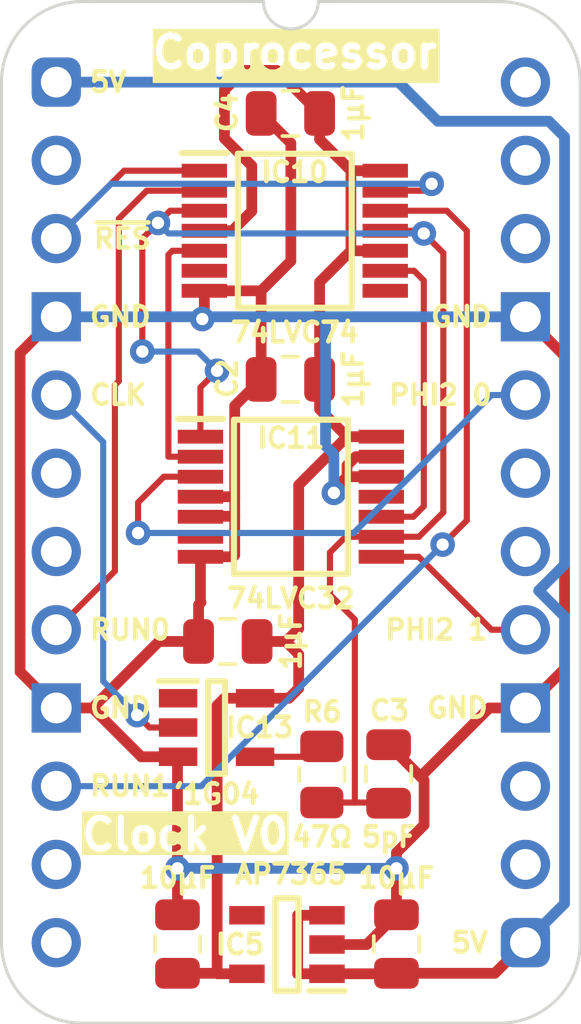
<source format=kicad_pcb>
(kicad_pcb (version 20241229) (generator "pcbnew") (generator_version "9.0")
  (title_block (title "Coprocessor Clock") (date "2025-06-17") (rev "V0"))
  (layers (0 "F.Cu" signal) (2 "B.Cu" signal) (13 "F.Paste" user) (15 "B.Paste" user) (5 "F.SilkS" user "F.Silkscreen") (7 "B.SilkS" user "B.Silkscreen") (1 "F.Mask" user) (3 "B.Mask" user) (25 "Edge.Cuts" user))
  (net 0 "")
  (net 1 "GND")
  (net 2 "5V")
  (net 3 "/3.3V")
  (net 6 "/40MHz_{0,1}")
  (net 8 "Net-(IC10-2Q)")
  (net 9 "Net-(IC10-1Q)")
  (net 13 "Net-(IC13-Y)")
  (net 26 "CRun1")
  (net 27 "CRun0")
  (net 28 "~{Reset}")
  (net 29 "CPHI2_{0}")
  (net 30 "CPHI2_{1}")
  (net 31 "40MHz")
  (footprint "SamacSys_Parts:R_0805" (layer "F.Cu") (at 8.636 22.479)
    (property "Reference" "R6" (at 0 -2.032 180) (layer "F.SilkS") (effects (font (size 0.635 0.635))))
    (property "Value" "47Ω" (at 0 2.032 0) (layer "F.SilkS") (effects (font (size 0.635 0.635))))
    (fp_line (start -0.745 0.227064) (end -0.745 -0.227064) (stroke (width 0.12)) (layer "F.SilkS"))
    (fp_line (start 0.725 0.227064) (end 0.725 -0.227064) (stroke (width 0.12)) (layer "F.SilkS"))
    (pad "1" smd roundrect (at -0.01 0.9125 90) (size 1.025 1.4) (layers "F.Cu" "F.Mask" "F.Paste") (roundrect_rratio 0.243902) (net 6 "/40MHz_{0,1}"))
    (pad "2" smd roundrect (at -0.01 -0.9125 90) (size 1.025 1.4) (layers "F.Cu" "F.Mask" "F.Paste") (roundrect_rratio 0.243902) (net 13 "Net-(IC13-Y)"))
  )
  (footprint "SamacSys_Parts:C_0805" (layer "F.Cu") (at 7.62 9.652 90)
    (property "Reference" "C2" (at 0.026999 -2.075 90) (layer "F.SilkS") (effects (font (size 0.635 0.635))))
    (property "Value" "1μF" (at 0 2.032 90) (layer "F.SilkS") (effects (font (size 0.635 0.635))))
    (fp_line (start 0.735 0.245252) (end 0.735 -0.277252) (stroke (width 0.12)) (layer "F.SilkS"))
    (fp_line (start -0.735 0.245252) (end -0.735 -0.277252) (stroke (width 0.12)) (layer "F.SilkS"))
    (pad "1" smd roundrect (at 0 0.934 180) (size 1 1.45) (layers "F.Cu" "F.Mask" "F.Paste") (net 3 "/3.3V"))
    (pad "2" smd roundrect (at 0 -0.966 180) (size 1 1.45) (layers "F.Cu" "F.Mask" "F.Paste") (net 1 "GND"))
  )
  (footprint "SamacSys_Parts:SOT95P275X110-5N" (layer "F.Cu") (at 5.207 20.955)
    (property "Reference" "IC13" (at 1.397 0 0) (layer "F.SilkS") (effects (font (size 0.635 0.635))))
    (property "Value" "74LVC1G04GV,125" (hide yes))
    (property "Silkscreen" "'1G04" (at 0 2.159 0) (layer "F.SilkS") (effects (font (size 0.635 0.635))))
    (fp_line (start -1.875 -1.5) (end -0.625 -1.5) (stroke (width 0.2)) (layer "F.SilkS"))
    (fp_line (start -0.275 -1.5) (end 0.275 -1.5) (stroke (width 0.2)) (layer "F.SilkS"))
    (fp_line (start -0.275 1.5) (end -0.275 -1.5) (stroke (width 0.2)) (layer "F.SilkS"))
    (fp_line (start 0.275 -1.5) (end 0.275 1.5) (stroke (width 0.2)) (layer "F.SilkS"))
    (fp_line (start 0.275 1.5) (end -0.275 1.5) (stroke (width 0.2)) (layer "F.SilkS"))
    (pad "1" smd rect (at -1.25 -0.95 90) (size 0.6 1.25) (layers "F.Cu" "F.Mask" "F.Paste"))
    (pad "2" smd rect (at -1.25 0 90) (size 0.6 1.25) (layers "F.Cu" "F.Mask" "F.Paste") (net 31 "40MHz"))
    (pad "3" smd rect (at -1.25 0.95 90) (size 0.6 1.25) (layers "F.Cu" "F.Mask" "F.Paste") (net 1 "GND"))
    (pad "4" smd rect (at 1.25 0.95 90) (size 0.6 1.25) (layers "F.Cu" "F.Mask" "F.Paste") (net 13 "Net-(IC13-Y)"))
    (pad "5" smd rect (at 1.25 -0.95 90) (size 0.6 1.25) (layers "F.Cu" "F.Mask" "F.Paste") (net 3 "/3.3V"))
  )
  (footprint "SamacSys_Parts:C_0805" (layer "F.Cu") (at 5.588 18.161 90)
    (property "Reference" "C1" (hide yes))
    (property "Value" "1μF" (at 0 2.032 90) (layer "F.SilkS") (effects (font (size 0.635 0.635))))
    (fp_line (start 0.735 0.245252) (end 0.735 -0.277252) (stroke (width 0.12)) (layer "F.SilkS"))
    (fp_line (start -0.735 0.245252) (end -0.735 -0.277252) (stroke (width 0.12)) (layer "F.SilkS"))
    (pad "1" smd roundrect (at 0 0.934 180) (size 1 1.45) (layers "F.Cu" "F.Mask" "F.Paste") (net 3 "/3.3V"))
    (pad "2" smd roundrect (at 0 -0.966 180) (size 1 1.45) (layers "F.Cu" "F.Mask" "F.Paste") (net 1 "GND"))
  )
  (footprint "SamacSys_Parts:C_0805" (layer "F.Cu") (at 7.62 1.016 90)
    (property "Reference" "C4" (at 0.026999 -2.075 90) (layer "F.SilkS") (effects (font (size 0.635 0.635))))
    (property "Value" "1μF" (at 0 2.032 90) (layer "F.SilkS") (effects (font (size 0.635 0.635))))
    (fp_line (start 0.735 0.245252) (end 0.735 -0.277252) (stroke (width 0.12)) (layer "F.SilkS"))
    (fp_line (start -0.735 0.245252) (end -0.735 -0.277252) (stroke (width 0.12)) (layer "F.SilkS"))
    (pad "1" smd roundrect (at 0 0.934 180) (size 1 1.45) (layers "F.Cu" "F.Mask" "F.Paste") (net 3 "/3.3V"))
    (pad "2" smd roundrect (at 0 -0.966 180) (size 1 1.45) (layers "F.Cu" "F.Mask" "F.Paste") (net 1 "GND"))
  )
  (footprint "SamacSys_Parts:C_0805" (layer "F.Cu") (at 3.937 28.001)
    (property "Reference" "C9" (hide yes))
    (property "Value" "10µF" (at 0 -2.159 0) (layer "F.SilkS") (effects (font (size 0.635 0.635))))
    (fp_line (start -0.735 0.245252) (end -0.735 -0.277252) (stroke (width 0.12)) (layer "F.SilkS"))
    (fp_line (start 0.735 0.245252) (end 0.735 -0.277252) (stroke (width 0.12)) (layer "F.SilkS"))
    (pad "1" smd roundrect (at 0 0.934 90) (size 1 1.45) (layers "F.Cu" "F.Mask" "F.Paste") (net 3 "/3.3V"))
    (pad "2" smd roundrect (at 0 -0.966 90) (size 1 1.45) (layers "F.Cu" "F.Mask" "F.Paste") (net 1 "GND"))
  )
  (footprint "SamacSys_Parts:C_0805" (layer "F.Cu") (at 11.049 28.001)
    (property "Reference" "C8" (hide yes))
    (property "Value" "10µF" (at 0 -2.159 0) (layer "F.SilkS") (effects (font (size 0.635 0.635))))
    (fp_line (start -0.735 0.245252) (end -0.735 -0.277252) (stroke (width 0.12)) (layer "F.SilkS"))
    (fp_line (start 0.735 0.245252) (end 0.735 -0.277252) (stroke (width 0.12)) (layer "F.SilkS"))
    (pad "1" smd roundrect (at 0 0.934 90) (size 1 1.45) (layers "F.Cu" "F.Mask" "F.Paste") (net 2 "5V"))
    (pad "2" smd roundrect (at 0 -0.966 90) (size 1 1.45) (layers "F.Cu" "F.Mask" "F.Paste") (net 1 "GND"))
  )
  (footprint "SamacSys_Parts:DIP-24_Board_W15.24mm" (layer "F.Cu") (at 0 0)
    (property "Reference" "J2" (hide yes))
    (property "Value" "Board 2x12 W15.24mm" (hide yes))
    (fp_line (start -1.778 27.94) (end -1.778 0) (stroke (width 0.1)) (layer "Edge.Cuts"))
    (fp_line (start 6.731 -2.6162) (end 0.835732 -2.613732) (stroke (width 0.1)) (layer "Edge.Cuts"))
    (fp_line (start 14.404267 -2.613733) (end 8.509 -2.6162) (stroke (width 0.1)) (layer "Edge.Cuts"))
    (fp_line (start 14.404268 30.553732) (end 0.835733 30.553733) (stroke (width 0.1)) (layer "Edge.Cuts"))
    (fp_line (start 17.018 27.94) (end 17.017999 -0.000001) (stroke (width 0.1)) (layer "Edge.Cuts"))
    (fp_arc (start -1.778 0) (mid -1.012456 -1.848188) (end 0.835732 -2.613732) (stroke (width 0.1)) (layer "Edge.Cuts"))
    (fp_arc (start 0.835733 30.553733) (mid -1.012456 29.788189) (end -1.778 27.94) (stroke (width 0.1)) (layer "Edge.Cuts"))
    (fp_arc (start 8.509 -2.6162) (mid 7.62 -1.7272) (end 6.731 -2.6162) (stroke (width 0.1)) (layer "Edge.Cuts"))
    (fp_arc (start 14.404267 -2.613733) (mid 16.252455 -1.848189) (end 17.017999 -0.000001) (stroke (width 0.1)) (layer "Edge.Cuts"))
    (fp_arc (start 17.018 27.94) (mid 16.252455 29.788187) (end 14.404268 30.553732) (stroke (width 0.1)) (layer "Edge.Cuts"))
    (pad "1" thru_hole roundrect (at 0 0) (size 1.6 1.6) (drill 1) (layers "*.Cu" "*.Mask") (net 2 "5V"))
    (pad "2" thru_hole oval (at 0 2.54) (size 1.6 1.6) (drill 1) (layers "*.Cu" "*.Mask"))
    (pad "3" thru_hole oval (at 0 5.08) (size 1.6 1.6) (drill 1) (layers "*.Cu" "*.Mask") (net 28 "~{Reset}"))
    (pad "4" thru_hole rect (at 0 7.62) (size 1.6 1.6) (drill 1) (layers "*.Cu" "*.Mask") (net 1 "GND"))
    (pad "5" thru_hole oval (at 0 10.16) (size 1.6 1.6) (drill 1) (layers "*.Cu" "*.Mask") (net 31 "40MHz"))
    (pad "6" thru_hole oval (at 0 12.7) (size 1.6 1.6) (drill 1) (layers "*.Cu" "*.Mask"))
    (pad "7" thru_hole oval (at 0 15.24) (size 1.6 1.6) (drill 1) (layers "*.Cu" "*.Mask"))
    (pad "8" thru_hole oval (at 0 17.78) (size 1.6 1.6) (drill 1) (layers "*.Cu" "*.Mask") (net 27 "CRun0"))
    (pad "9" thru_hole rect (at 0 20.32) (size 1.6 1.6) (drill 1) (layers "*.Cu" "*.Mask") (net 1 "GND"))
    (pad "10" thru_hole oval (at 0 22.86) (size 1.6 1.6) (drill 1) (layers "*.Cu" "*.Mask") (net 26 "CRun1"))
    (pad "11" thru_hole oval (at 0 25.4) (size 1.6 1.6) (drill 1) (layers "*.Cu" "*.Mask"))
    (pad "12" thru_hole oval (at 0 27.94) (size 1.6 1.6) (drill 1) (layers "*.Cu" "*.Mask"))
    (pad "13" thru_hole roundrect (at 15.24 27.94) (size 1.6 1.6) (drill 1) (layers "*.Cu" "*.Mask") (net 2 "5V"))
    (pad "14" thru_hole oval (at 15.24 25.4) (size 1.6 1.6) (drill 1) (layers "*.Cu" "*.Mask"))
    (pad "15" thru_hole oval (at 15.24 22.86) (size 1.6 1.6) (drill 1) (layers "*.Cu" "*.Mask"))
    (pad "16" thru_hole rect (at 15.24 20.32) (size 1.6 1.6) (drill 1) (layers "*.Cu" "*.Mask") (net 1 "GND"))
    (pad "17" thru_hole oval (at 15.24 17.78 180) (size 1.6 1.6) (drill 1) (layers "*.Cu" "*.Mask") (net 30 "CPHI2_{1}"))
    (pad "18" thru_hole oval (at 15.24 15.24 180) (size 1.6 1.6) (drill 1) (layers "*.Cu" "*.Mask"))
    (pad "19" thru_hole oval (at 15.24 12.7 180) (size 1.6 1.6) (drill 1) (layers "*.Cu" "*.Mask"))
    (pad "20" thru_hole oval (at 15.24 10.16 180) (size 1.6 1.6) (drill 1) (layers "*.Cu" "*.Mask") (net 29 "CPHI2_{0}"))
    (pad "21" thru_hole rect (at 15.24 7.62) (size 1.6 1.6) (drill 1) (layers "*.Cu" "*.Mask") (net 1 "GND"))
    (pad "22" thru_hole oval (at 15.24 5.08) (size 1.6 1.6) (drill 1) (layers "*.Cu" "*.Mask"))
    (pad "23" thru_hole oval (at 15.24 2.54) (size 1.6 1.6) (drill 1) (layers "*.Cu" "*.Mask"))
    (pad "24" thru_hole oval (at 15.24 0) (size 1.6 1.6) (drill 1) (layers "*.Cu" "*.Mask"))
  )
  (footprint "SamacSys_Parts:C_0805" (layer "F.Cu") (at 10.795 22.479)
    (property "Reference" "C3" (at 0.027 -2.075 180) (layer "F.SilkS") (effects (font (size 0.635 0.635))))
    (property "Value" "5pF" (at 0 2.032 0) (layer "F.SilkS") (effects (font (size 0.635 0.635))))
    (fp_line (start -0.735 0.245252) (end -0.735 -0.277252) (stroke (width 0.12)) (layer "F.SilkS"))
    (fp_line (start 0.735 0.245252) (end 0.735 -0.277252) (stroke (width 0.12)) (layer "F.SilkS"))
    (pad "1" smd roundrect (at 0 0.934 90) (size 1 1.45) (layers "F.Cu" "F.Mask" "F.Paste") (net 6 "/40MHz_{0,1}"))
    (pad "2" smd roundrect (at 0 -0.966 90) (size 1 1.45) (layers "F.Cu" "F.Mask" "F.Paste") (net 1 "GND"))
  )
  (footprint "SamacSys_Parts:SOP65P640X110-14N" (layer "F.Cu") (at 7.62 13.462)
    (property "Reference" "IC11" (at 0 -1.905 0) (layer "F.SilkS") (effects (font (size 0.635 0.635))))
    (property "Value" "74LVC32APW,118" (hide yes))
    (fp_line (start -3.675 -2.525) (end -2.2 -2.525) (stroke (width 0.2)) (layer "F.SilkS"))
    (fp_line (start -1.85 -2.5) (end 1.85 -2.5) (stroke (width 0.2)) (layer "F.SilkS"))
    (fp_line (start -1.85 2.5) (end -1.85 -2.5) (stroke (width 0.2)) (layer "F.SilkS"))
    (fp_line (start 1.85 -2.5) (end 1.85 2.5) (stroke (width 0.2)) (layer "F.SilkS"))
    (fp_line (start 1.85 2.5) (end -1.85 2.5) (stroke (width 0.2)) (layer "F.SilkS"))
    (fp_text user "${Silkscreen}" (at 0 3.302 0) (layer "F.SilkS") (effects (font (size 0.635 0.635))))
    (pad "1" smd rect (at -2.938 -1.95 90) (size 0.45 1.475) (layers "F.Cu" "F.Mask" "F.Paste") (net 6 "/40MHz_{0,1}"))
    (pad "2" smd rect (at -2.938 -1.3 90) (size 0.45 1.475) (layers "F.Cu" "F.Mask" "F.Paste") (net 9 "Net-(IC10-1Q)"))
    (pad "3" smd rect (at -2.938 -0.65 90) (size 0.45 1.475) (layers "F.Cu" "F.Mask" "F.Paste") (net 29 "CPHI2_{0}"))
    (pad "4" smd rect (at -2.938 0 90) (size 0.45 1.475) (layers "F.Cu" "F.Mask" "F.Paste") (net 1 "GND"))
    (pad "5" smd rect (at -2.938 0.65 90) (size 0.45 1.475) (layers "F.Cu" "F.Mask" "F.Paste") (net 1 "GND"))
    (pad "6" smd rect (at -2.938 1.3 90) (size 0.45 1.475) (layers "F.Cu" "F.Mask" "F.Paste"))
    (pad "7" smd rect (at -2.938 1.95 90) (size 0.45 1.475) (layers "F.Cu" "F.Mask" "F.Paste") (net 1 "GND"))
    (pad "8" smd rect (at 2.938 1.95 90) (size 0.45 1.475) (layers "F.Cu" "F.Mask" "F.Paste") (net 30 "CPHI2_{1}"))
    (pad "9" smd rect (at 2.938 1.3 90) (size 0.45 1.475) (layers "F.Cu" "F.Mask" "F.Paste") (net 6 "/40MHz_{0,1}"))
    (pad "10" smd rect (at 2.938 0.65 90) (size 0.45 1.475) (layers "F.Cu" "F.Mask" "F.Paste") (net 8 "Net-(IC10-2Q)"))
    (pad "11" smd rect (at 2.938 0 90) (size 0.45 1.475) (layers "F.Cu" "F.Mask" "F.Paste"))
    (pad "12" smd rect (at 2.938 -0.65 90) (size 0.45 1.475) (layers "F.Cu" "F.Mask" "F.Paste") (net 1 "GND"))
    (pad "13" smd rect (at 2.938 -1.3 90) (size 0.45 1.475) (layers "F.Cu" "F.Mask" "F.Paste") (net 1 "GND"))
    (pad "14" smd rect (at 2.938 -1.95 90) (size 0.45 1.475) (layers "F.Cu" "F.Mask" "F.Paste") (net 3 "/3.3V"))
  )
  (footprint "SamacSys_Parts:SOP65P640X110-14N" (layer "F.Cu") (at 7.747 4.826)
    (property "Reference" "IC10" (at 0 -1.905 0) (layer "F.SilkS") (effects (font (size 0.635 0.635))))
    (property "Value" "74LVC74APW,118" (hide yes))
    (fp_line (start -3.675 -2.525) (end -2.2 -2.525) (stroke (width 0.2)) (layer "F.SilkS"))
    (fp_line (start -1.85 -2.5) (end 1.85 -2.5) (stroke (width 0.2)) (layer "F.SilkS"))
    (fp_line (start -1.85 2.5) (end -1.85 -2.5) (stroke (width 0.2)) (layer "F.SilkS"))
    (fp_line (start 1.85 -2.5) (end 1.85 2.5) (stroke (width 0.2)) (layer "F.SilkS"))
    (fp_line (start 1.85 2.5) (end -1.85 2.5) (stroke (width 0.2)) (layer "F.SilkS"))
    (fp_text user "${Silkscreen}" (at 0 3.302 0) (layer "F.SilkS") (effects (font (size 0.635 0.635))))
    (pad "1" smd rect (at -2.938 -1.95 90) (size 0.45 1.475) (layers "F.Cu" "F.Mask" "F.Paste") (net 28 "~{Reset}"))
    (pad "2" smd rect (at -2.938 -1.3 90) (size 0.45 1.475) (layers "F.Cu" "F.Mask" "F.Paste") (net 27 "CRun0"))
    (pad "3" smd rect (at -2.938 -0.65 90) (size 0.45 1.475) (layers "F.Cu" "F.Mask" "F.Paste") (net 6 "/40MHz_{0,1}"))
    (pad "4" smd rect (at -2.938 0 90) (size 0.45 1.475) (layers "F.Cu" "F.Mask" "F.Paste") (net 3 "/3.3V"))
    (pad "5" smd rect (at -2.938 0.65 90) (size 0.45 1.475) (layers "F.Cu" "F.Mask" "F.Paste") (net 9 "Net-(IC10-1Q)"))
    (pad "6" smd rect (at -2.938 1.3 90) (size 0.45 1.475) (layers "F.Cu" "F.Mask" "F.Paste"))
    (pad "7" smd rect (at -2.938 1.95 90) (size 0.45 1.475) (layers "F.Cu" "F.Mask" "F.Paste") (net 1 "GND"))
    (pad "8" smd rect (at 2.938 1.95 90) (size 0.45 1.475) (layers "F.Cu" "F.Mask" "F.Paste"))
    (pad "9" smd rect (at 2.938 1.3 90) (size 0.45 1.475) (layers "F.Cu" "F.Mask" "F.Paste") (net 8 "Net-(IC10-2Q)"))
    (pad "10" smd rect (at 2.938 0.65 90) (size 0.45 1.475) (layers "F.Cu" "F.Mask" "F.Paste") (net 3 "/3.3V"))
    (pad "11" smd rect (at 2.938 0 90) (size 0.45 1.475) (layers "F.Cu" "F.Mask" "F.Paste") (net 6 "/40MHz_{0,1}"))
    (pad "12" smd rect (at 2.938 -0.65 90) (size 0.45 1.475) (layers "F.Cu" "F.Mask" "F.Paste") (net 26 "CRun1"))
    (pad "13" smd rect (at 2.938 -1.3 90) (size 0.45 1.475) (layers "F.Cu" "F.Mask" "F.Paste") (net 28 "~{Reset}"))
    (pad "14" smd rect (at 2.938 -1.95 90) (size 0.45 1.475) (layers "F.Cu" "F.Mask" "F.Paste") (net 3 "/3.3V"))
  )
  (footprint "SamacSys_Parts:SOT95P285X130-5N" (layer "F.Cu") (at 7.493 28.001 180)
    (property "Reference" "IC5" (at 1.524 0 180) (layer "F.SilkS") (effects (font (size 0.635 0.635))))
    (property "Value" "AP7365-33WG-7" (hide yes))
    (property "Silkscreen" "AP7365" (at -0.127 2.286 180) (layer "F.SilkS") (effects (font (size 0.635 0.635))))
    (fp_line (start 0.375 1.5) (end -0.375 1.5) (stroke (width 0.2)) (layer "F.SilkS"))
    (fp_line (start 0.375 -1.5) (end 0.375 1.5) (stroke (width 0.2)) (layer "F.SilkS"))
    (fp_line (start -0.375 1.5) (end -0.375 -1.5) (stroke (width 0.2)) (layer "F.SilkS"))
    (fp_line (start -0.375 -1.5) (end 0.375 -1.5) (stroke (width 0.2)) (layer "F.SilkS"))
    (fp_line (start -1.875 -1.5) (end -0.725 -1.5) (stroke (width 0.2)) (layer "F.SilkS"))
    (pad "1" smd rect (at -1.3 -0.95 270) (size 0.6 1.15) (layers "F.Cu" "F.Mask" "F.Paste") (net 2 "5V"))
    (pad "2" smd rect (at -1.3 0 270) (size 0.6 1.15) (layers "F.Cu" "F.Mask" "F.Paste") (net 1 "GND"))
    (pad "3" smd rect (at -1.3 0.95 270) (size 0.6 1.15) (layers "F.Cu" "F.Mask" "F.Paste") (net 2 "5V"))
    (pad "4" smd rect (at 1.3 0.95 270) (size 0.6 1.15) (layers "F.Cu" "F.Mask" "F.Paste"))
    (pad "5" smd rect (at 1.3 -0.95 270) (size 0.6 1.15) (layers "F.Cu" "F.Mask" "F.Paste") (net 3 "/3.3V"))
  )
  (gr_text "GND" (at 1.016 7.62 0) (layer "F.SilkS") (effects (font (size 0.635 0.635)) (justify left)))
  (gr_text "CLK" (at 1.016 10.16 0) (layer "F.SilkS") (effects (font (size 0.635 0.635)) (justify left)))
  (gr_text "GND" (at 14.224 7.62 0) (layer "F.SilkS") (effects (font (size 0.635 0.635)) (justify right)))
  (gr_text "GND" (at 14.097 20.32 0) (layer "F.SilkS") (effects (font (size 0.635 0.635)) (justify right)))
  (gr_text "5V" (at 1.016 0 0) (layer "F.SilkS") (effects (font (size 0.635 0.635)) (justify left)))
  (gr_text "Coprocessor" (at 7.747 -0.381 0) (layer "F.SilkS" knockout) (effects (font (size 1 1) (thickness 0.2) (bold yes)) (justify bottom)))
  (gr_text "RUN0" (at 1.016 17.78 0) (layer "F.SilkS") (effects (font (size 0.635 0.635)) (justify left)))
  (gr_text "PHI2 1" (at 14.097 17.78 0) (layer "F.SilkS") (effects (font (size 0.635 0.635)) (justify right)))
  (gr_text "GND" (at 1.016 20.32 0) (layer "F.SilkS") (effects (font (size 0.635 0.635)) (justify left)))
  (gr_text "RUN1" (at 1.016 22.86 0) (layer "F.SilkS") (effects (font (size 0.635 0.635)) (justify left)))
  (gr_text "Clock V0" (at 4.191 25.019 0) (layer "F.SilkS" knockout) (effects (font (size 1 1) (thickness 0.2) (bold yes)) (justify bottom)))
  (gr_text "~{RES}" (at 1.143 5.08 0) (layer "F.SilkS") (effects (font (size 0.635 0.635)) (justify left)))
  (gr_text "5V" (at 14.097 27.94 0) (layer "F.SilkS") (effects (font (size 0.635 0.635)) (justify right)))
  (gr_text "PHI2 0" (at 14.224 10.16 0) (layer "F.SilkS") (effects (font (size 0.635 0.635)) (justify right)))
  (segment (start -1.176 8.796) (end -1.176 19.144) (width 0.35) (layer "F.Cu") (net 1))
  (segment (start 9.4438 12.812) (end 9.4438 12.446) (width 0.35) (layer "F.Cu") (net 1))
  (segment (start 9.017 13.2388) (end 9.017 13.335) (width 0.35) (layer "F.Cu") (net 1))
  (segment (start 11.049 27.035) (end 10.083 28.001) (width 0.35) (layer "F.Cu") (net 1))
  (segment (start 16.51 19.05) (end 15.24 20.32) (width 0.35) (layer "F.Cu") (net 1))
  (segment (start 6.654 6.776) (end 6.654 9.652) (width 0.35) (layer "F.Cu") (net 1))
  (segment (start 4.809 7.6265) (end 4.7431 7.6924) (width 0.35) (layer "F.Cu") (net 1))
  (segment (start 7.62 1.982) (end 7.62 5.81) (width 0.35) (layer "F.Cu") (net 1))
  (segment (start 5.7962 14.097) (end 4.697 14.097) (width 0.35) (layer "F.Cu") (net 1))
  (segment (start 11.9472 24.1208) (end 11.049 25.019) (width 0.35) (layer "F.Cu") (net 1))
  (segment (start 0 20.32) (end 1.1767 20.32) (width 0.35) (layer "F.Cu") (net 1))
  (segment (start 10.795 21.513) (end 11.8327 22.5506) (width 0.35) (layer "F.Cu") (net 1))
  (segment (start 3.937 21.925) (end 3.937 25.527) (width 0.35) (layer "F.Cu") (net 1))
  (segment (start 14.0633 20.32) (end 15.24 20.32) (width 0.35) (layer "F.Cu") (net 1))
  (segment (start 4.622 16.968) (end 4.699 16.891) (width 0.35) (layer "F.Cu") (net 1))
  (segment (start 16.51 8.89) (end 16.51 19.05) (width 0.35) (layer "F.Cu") (net 1))
  (segment (start 4.699 16.891) (end 4.682 16.874) (width 0.35) (layer "F.Cu") (net 1))
  (segment (start 6.654 1.016) (end 7.62 1.982) (width 0.35) (layer "F.Cu") (net 1))
  (segment (start 5.7962 10.5098) (end 5.7962 13.462) (width 0.35) (layer "F.Cu") (net 1))
  (segment (start 14.0633 20.32) (end 11.8327 22.5506) (width 0.35) (layer "F.Cu") (net 1))
  (segment (start 4.622 18.161) (end 4.622 16.968) (width 0.35) (layer "F.Cu") (net 1))
  (segment (start 2.7617 21.905) (end 1.1767 20.32) (width 0.35) (layer "F.Cu") (net 1))
  (segment (start 15.24 7.62) (end 16.51 8.89) (width 0.35) (layer "F.Cu") (net 1))
  (segment (start 5.7962 15.3623) (end 5.7962 14.097) (width 0.35) (layer "F.Cu") (net 1))
  (segment (start 9.7278 12.162) (end 10.558 12.162) (width 0.35) (layer "F.Cu") (net 1))
  (segment (start 5.7962 14.097) (end 5.7962 13.462) (width 0.35) (layer "F.Cu") (net 1))
  (segment (start 11.9472 22.6652) (end 11.9472 24.1208) (width 0.35) (layer "F.Cu") (net 1))
  (segment (start 11.049 25.019) (end 11.049 25.527) (width 0.35) (layer "F.Cu") (net 1))
  (segment (start 6.654 9.652) (end 5.7962 10.5098) (width 0.35) (layer "F.Cu") (net 1))
  (segment (start 3.937 27.035) (end 3.937 25.527) (width 0.35) (layer "F.Cu") (net 1))
  (segment (start 3.335724 18.160976) (end 1.1767 20.32) (width 0.35) (layer "F.Cu") (net 1))
  (segment (start 5.7465 15.412) (end 5.7962 15.3623) (width 0.35) (layer "F.Cu") (net 1))
  (segment (start 9.4438 12.812) (end 9.017 13.2388) (width 0.35) (layer "F.Cu") (net 1))
  (segment (start 4.621976 18.160976) (end 3.335724 18.160976) (width 0.35) (layer "F.Cu") (net 1))
  (segment (start 2.7617 21.905) (end 3.957 21.905) (width 0.35) (layer "F.Cu") (net 1))
  (segment (start 10.083 28.001) (end 8.793 28.001) (width 0.35) (layer "F.Cu") (net 1))
  (segment (start -1.176 19.144) (end 0 20.32) (width 0.35) (layer "F.Cu") (net 1))
  (segment (start 4.682 15.412) (end 5.7465 15.412) (width 0.35) (layer "F.Cu") (net 1))
  (segment (start 4.682 16.874) (end 4.682 15.412) (width 0.35) (layer "F.Cu") (net 1))
  (segment (start 7.62 5.81) (end 6.654 6.776) (width 0.35) (layer "F.Cu") (net 1))
  (segment (start 4.809 6.776) (end 4.809 7.6265) (width 0.35) (layer "F.Cu") (net 1))
  (segment (start 9.4438 12.812) (end 10.558 12.812) (width 0.35) (layer "F.Cu") (net 1))
  (segment (start 9.4438 12.446) (end 9.7278 12.162) (width 0.35) (layer "F.Cu") (net 1))
  (segment (start 11.049 25.527) (end 11.049 27.035) (width 0.35) (layer "F.Cu") (net 1))
  (segment (start 4.682 13.462) (end 5.7962 13.462) (width 0.35) (layer "F.Cu") (net 1))
  (segment (start 0 7.62) (end -1.176 8.796) (width 0.35) (layer "F.Cu") (net 1))
  (segment (start 11.8327 22.5506) (end 11.9472 22.6652) (width 0.35) (layer "F.Cu") (net 1))
  (segment (start 4.809 6.776) (end 6.654 6.776) (width 0.35) (layer "F.Cu") (net 1))
  (via (at 4.7431 7.6924) (size 0.8) (drill 0.4) (layers "F.Cu" "B.Cu") (net 1))
  (via (at 11.049 25.527) (size 0.8) (drill 0.4) (layers "F.Cu" "B.Cu") (net 1))
  (via (at 3.937 25.527) (size 0.8) (drill 0.4) (layers "F.Cu" "B.Cu") (net 1))
  (via (at 9.017 13.335) (size 0.8) (drill 0.4) (layers "F.Cu" "B.Cu") (net 1))
  (segment (start 8.7469 7.62) (end 15.24 7.62) (width 0.35) (layer "B.Cu") (net 1))
  (segment (start 9.017 12.0811) (end 8.7469 11.811) (width 0.35) (layer "B.Cu") (net 1))
  (segment (start 0 7.62) (end 4.7431 7.62) (width 0.35) (layer "B.Cu") (net 1))
  (segment (start 9.017 13.335) (end 9.017 12.0811) (width 0.35) (layer "B.Cu") (net 1))
  (segment (start 4.7431 7.62) (end 8.7469 7.62) (width 0.35) (layer "B.Cu") (net 1))
  (segment (start 8.7469 7.62) (end 8.7469 11.811) (width 0.35) (layer "B.Cu") (net 1))
  (segment (start 4.7431 7.62) (end 4.7431 7.6924) (width 0.35) (layer "B.Cu") (net 1))
  (segment (start 11.049 25.527) (end 3.937 25.527) (width 0.35) (layer "B.Cu") (net 1))
  (segment (start 14.245 28.935) (end 11.049 28.935) (width 0.35) (layer "F.Cu") (net 2))
  (segment (start 8.793 28.951) (end 11.033 28.951) (width 0.35) (layer "F.Cu") (net 2))
  (segment (start 8.793 28.951) (end 7.8413 28.951) (width 0.35) (layer "F.Cu") (net 2))
  (segment (start 8.793 27.051) (end 7.8413 27.051) (width 0.35) (layer "F.Cu") (net 2))
  (segment (start 7.8413 27.051) (end 7.8413 28.951) (width 0.35) (layer "F.Cu") (net 2))
  (segment (start 15.24 27.94) (end 14.245 28.935) (width 0.35) (layer "F.Cu") (net 2))
  (segment (start 16.51 15.6687) (end 16.51 1.778) (width 0.35) (layer "B.Cu") (net 2))
  (segment (start 16.51 26.67) (end 16.51 17.3513) (width 0.35) (layer "B.Cu") (net 2))
  (segment (start 11.1209 0) (end 0 0) (width 0.35) (layer "B.Cu") (net 2))
  (segment (start 16.51 17.3513) (end 15.6687 16.51) (width 0.35) (layer "B.Cu") (net 2))
  (segment (start 16.51 1.778) (end 16.002 1.27) (width 0.35) (layer "B.Cu") (net 2))
  (segment (start 16.002 1.27) (end 12.3909 1.27) (width 0.35) (layer "B.Cu") (net 2))
  (segment (start 12.3909 1.27) (end 11.1209 0) (width 0.35) (layer "B.Cu") (net 2))
  (segment (start 15.24 27.94) (end 16.51 26.67) (width 0.35) (layer "B.Cu") (net 2))
  (segment (start 15.6687 16.51) (end 16.51 15.6687) (width 0.35) (layer "B.Cu") (net 2))
  (segment (start 8.554 6.4928) (end 9.5708 5.476) (width 0.35) (layer "F.Cu") (net 3))
  (segment (start 7.874 13.0818) (end 7.874 17.7457) (width 0.35) (layer "F.Cu") (net 3))
  (segment (start 9.4438 11.512) (end 8.554 10.6222) (width 0.35) (layer "F.Cu") (net 3))
  (segment (start 10.685 2.876) (end 9.5708 2.876) (width 0.35) (layer "F.Cu") (net 3))
  (segment (start 5.2253 28.935) (end 5.2413 28.951) (width 0.35) (layer "F.Cu") (net 3))
  (segment (start 6.522 18.161) (end 7.4587 18.161) (width 0.35) (layer "F.Cu") (net 3))
  (segment (start 9.5723 5.476) (end 10.685 5.476) (width 0.35) (layer "F.Cu") (net 3))
  (segment (start 9.5708 2.876) (end 8.554 1.8592) (width 0.35) (layer "F.Cu") (net 3))
  (segment (start 8.554 9.652) (end 8.554 6.4928) (width 0.35) (layer "F.Cu") (net 3))
  (segment (start 7.157 -0.381) (end 8.554 1.016) (width 0.35) (layer "F.Cu") (net 3))
  (segment (start 6.096 -0.381) (end 7.157 -0.381) (width 0.35) (layer "F.Cu") (net 3))
  (segment (start 4.809 4.826) (end 5.715 4.826) (width 0.35) (layer "F.Cu") (net 3))
  (segment (start 7.554 20.005) (end 7.874 19.685) (width 0.35) (layer "F.Cu") (net 3))
  (segment (start 6.35 4.191) (end 6.35 2.7167) (width 0.35) (layer "F.Cu") (net 3))
  (segment (start 7.874 18.5763) (end 7.4587 18.161) (width 0.35) (layer "F.Cu") (net 3))
  (segment (start 6.35 2.7167) (end 5.461 1.8277) (width 0.35) (layer "F.Cu") (net 3))
  (segment (start 5.2253 20.235) (end 5.4553 20.005) (width 0.35) (layer "F.Cu") (net 3))
  (segment (start 10.558 11.512) (end 9.4438 11.512) (width 0.35) (layer "F.Cu") (net 3))
  (segment (start 8.554 1.8592) (end 8.554 1.016) (width 0.35) (layer "F.Cu") (net 3))
  (segment (start 9.4438 11.512) (end 7.874 13.0818) (width 0.35) (layer "F.Cu") (net 3))
  (segment (start 3.937 28.935) (end 5.2253 28.935) (width 0.35) (layer "F.Cu") (net 3))
  (segment (start 9.5708 5.4745) (end 9.5708 2.876) (width 0.35) (layer "F.Cu") (net 3))
  (segment (start 5.461 1.8277) (end 5.461 0.254) (width 0.35) (layer "F.Cu") (net 3))
  (segment (start 8.554 10.6222) (end 8.554 9.652) (width 0.35) (layer "F.Cu") (net 3))
  (segment (start 7.874 17.7457) (end 7.4587 18.161) (width 0.35) (layer "F.Cu") (net 3))
  (segment (start 9.5723 5.476) (end 9.5708 5.476) (width 0.35) (layer "F.Cu") (net 3))
  (segment (start 6.193 28.951) (end 5.2413 28.951) (width 0.35) (layer "F.Cu") (net 3))
  (segment (start 5.461 0.254) (end 6.096 -0.381) (width 0.35) (layer "F.Cu") (net 3))
  (segment (start 6.457 20.005) (end 7.554 20.005) (width 0.35) (layer "F.Cu") (net 3))
  (segment (start 5.2253 28.935) (end 5.2253 20.235) (width 0.35) (layer "F.Cu") (net 3))
  (segment (start 9.5723 5.476) (end 9.5708 5.4745) (width 0.35) (layer "F.Cu") (net 3))
  (segment (start 5.715 4.826) (end 6.35 4.191) (width 0.35) (layer "F.Cu") (net 3))
  (segment (start 6.457 20.005) (end 5.4553 20.005) (width 0.35) (layer "F.Cu") (net 3))
  (segment (start 7.874 19.685) (end 7.874 18.5763) (width 0.35) (layer "F.Cu") (net 3))
  (segment (start 10.558 14.762) (end 11.781 14.762) (width 0.2) (layer "F.Cu") (net 6))
  (segment (start 10.685 4.826) (end 11.8502 4.826) (width 0.2) (layer "F.Cu") (net 6))
  (segment (start 8.626 23.3915) (end 9.698 23.3915) (width 0.2) (layer "F.Cu") (net 6))
  (segment (start 9.698 23.3915) (end 9.698 17.449) (width 0.2) (layer "F.Cu") (net 6))
  (segment (start 4.809 4.176) (end 3.698 4.176) (width 0.2) (layer "F.Cu") (net 6))
  (segment (start 11.8502 4.826) (end 11.938 4.9138) (width 0.2) (layer "F.Cu") (net 6))
  (segment (start 9.398 14.762) (end 10.558 14.762) (width 0.2) (layer "F.Cu") (net 6))
  (segment (start 8.89 15.27) (end 9.398 14.762) (width 0.2) (layer "F.Cu") (net 6))
  (segment (start 4.682 9.9124) (end 5.2219 9.3725) (width 0.2) (layer "F.Cu") (net 6))
  (segment (start 4.682 9.9124) (end 4.682 11.512) (width 0.2) (layer "F.Cu") (net 6))
  (segment (start 12.573 13.97) (end 12.573 5.5488) (width 0.2) (layer "F.Cu") (net 6))
  (segment (start 3.698 4.176) (end 3.302 4.572) (width 0.2) (layer "F.Cu") (net 6))
  (segment (start 8.89 16.641) (end 8.89 15.27) (width 0.2) (layer "F.Cu") (net 6))
  (segment (start 9.698 23.3915) (end 10.7735 23.3915) (width 0.2) (layer "F.Cu") (net 6))
  (segment (start 2.794 5.08) (end 3.302 4.572) (width 0.2) (layer "F.Cu") (net 6))
  (segment (start 2.794 8.7484) (end 2.794 5.08) (width 0.2) (layer "F.Cu") (net 6))
  (segment (start 9.698 17.449) (end 8.89 16.641) (width 0.2) (layer "F.Cu") (net 6))
  (segment (start 12.573 5.5488) (end 11.938 4.9138) (width 0.2) (layer "F.Cu") (net 6))
  (segment (start 11.781 14.762) (end 12.573 13.97) (width 0.2) (layer "F.Cu") (net 6))
  (via (at 5.2219 9.3725) (size 0.8) (drill 0.4) (layers "F.Cu" "B.Cu") (net 6))
  (via (at 2.794 8.7484) (size 0.8) (drill 0.4) (layers "F.Cu" "B.Cu") (net 6))
  (via (at 11.938 4.9138) (size 0.8) (drill 0.4) (layers "F.Cu" "B.Cu") (net 6))
  (via (at 3.302 4.572) (size 0.8) (drill 0.4) (layers "F.Cu" "B.Cu") (net 6))
  (segment (start 3.6438 4.9138) (end 11.938 4.9138) (width 0.2) (layer "B.Cu") (net 6))
  (segment (start 5.2219 9.3725) (end 4.5978 8.7484) (width 0.2) (layer "B.Cu") (net 6))
  (segment (start 4.5978 8.7484) (end 2.794 8.7484) (width 0.2) (layer "B.Cu") (net 6))
  (segment (start 3.302 4.572) (end 3.6438 4.9138) (width 0.2) (layer "B.Cu") (net 6))
  (segment (start 11.6225 6.126) (end 11.938 6.4415) (width 0.2) (layer "F.Cu") (net 8))
  (segment (start 11.938 6.4415) (end 11.938 13.7712) (width 0.2) (layer "F.Cu") (net 8))
  (segment (start 11.5972 14.112) (end 10.558 14.112) (width 0.2) (layer "F.Cu") (net 8))
  (segment (start 10.685 6.126) (end 11.6225 6.126) (width 0.2) (layer "F.Cu") (net 8))
  (segment (start 11.938 13.7712) (end 11.5972 14.112) (width 0.2) (layer "F.Cu") (net 8))
  (segment (start 4.682 12.162) (end 3.6428 12.162) (width 0.2) (layer "F.Cu") (net 9))
  (segment (start 3.6428 5.603) (end 3.7698 5.476) (width 0.2) (layer "F.Cu") (net 9))
  (segment (start 3.6428 12.162) (end 3.6428 5.603) (width 0.2) (layer "F.Cu") (net 9))
  (segment (start 4.809 5.476) (end 3.7698 5.476) (width 0.2) (layer "F.Cu") (net 9))
  (segment (start 6.457 21.905) (end 8.2875 21.905) (width 0.2) (layer "F.Cu") (net 13))
  (segment (start 12.5494 15.0163) (end 13.335 14.2307) (width 0.2) (layer "F.Cu") (net 26))
  (segment (start 13.335 14.2307) (end 13.335 4.826) (width 0.2) (layer "F.Cu") (net 26))
  (segment (start 12.685 4.176) (end 10.685 4.176) (width 0.2) (layer "F.Cu") (net 26))
  (segment (start 13.335 4.826) (end 12.685 4.176) (width 0.2) (layer "F.Cu") (net 26))
  (via (at 12.5494 15.0163) (size 0.8) (drill 0.4) (layers "F.Cu" "B.Cu") (net 26))
  (segment (start 4.7057 22.86) (end 12.5494 15.0163) (width 0.2) (layer "B.Cu") (net 26))
  (segment (start 0 22.86) (end 4.7057 22.86) (width 0.2) (layer "B.Cu") (net 26))
  (segment (start 2.938939 3.526) (end 2.032 4.432939) (width 0.2) (layer "F.Cu") (net 27))
  (segment (start 1.905 9.836) (end 1.905 15.875) (width 0.2) (layer "F.Cu") (net 27))
  (segment (start 2.032 4.432939) (end 2.032 9.709) (width 0.2) (layer "F.Cu") (net 27))
  (segment (start 2.032 9.709) (end 1.905 9.836) (width 0.2) (layer "F.Cu") (net 27))
  (segment (start 4.809 3.526) (end 2.938939 3.526) (width 0.2) (layer "F.Cu") (net 27))
  (segment (start 1.905 15.875) (end 0 17.78) (width 0.2) (layer "F.Cu") (net 27))
  (segment (start 2.204 2.876) (end 0 5.08) (width 0.2) (layer "F.Cu") (net 28))
  (segment (start 4.809 2.876) (end 2.204 2.876) (width 0.2) (layer "F.Cu") (net 28))
  (segment (start 11.968 3.526) (end 12.192 3.302) (width 0.2) (layer "F.Cu") (net 28))
  (segment (start 10.685 3.526) (end 11.968 3.526) (width 0.2) (layer "F.Cu") (net 28))
  (via (at 12.192 3.302) (size 0.8) (drill 0.4) (layers "F.Cu" "B.Cu") (net 28))
  (segment (start 0 5.08) (end 1.778 3.302) (width 0.2) (layer "B.Cu") (net 28))
  (segment (start 1.778 3.302) (end 12.192 3.302) (width 0.2) (layer "B.Cu") (net 28))
  (segment (start 3.4953 12.812) (end 2.657 13.6503) (width 0.2) (layer "F.Cu") (net 29))
  (segment (start 4.682 12.812) (end 3.4953 12.812) (width 0.2) (layer "F.Cu") (net 29))
  (segment (start 2.657 13.6503) (end 2.657 14.639) (width 0.2) (layer "F.Cu") (net 29))
  (via (at 2.657 14.639) (size 0.8) (drill 0.4) (layers "F.Cu" "B.Cu") (net 29))
  (segment (start 2.657 14.639) (end 9.6593 14.639) (width 0.2) (layer "B.Cu") (net 29))
  (segment (start 9.6593 14.639) (end 14.1383 10.16) (width 0.2) (layer "B.Cu") (net 29))
  (segment (start 15.24 10.16) (end 14.1383 10.16) (width 0.2) (layer "B.Cu") (net 29))
  (segment (start 15.24 17.78) (end 14.1383 17.78) (width 0.2) (layer "F.Cu") (net 30))
  (segment (start 10.558 15.412) (end 11.7703 15.412) (width 0.2) (layer "F.Cu") (net 30))
  (segment (start 11.7703 15.412) (end 14.1383 17.78) (width 0.2) (layer "F.Cu") (net 30))
  (segment (start 3.0276 20.955) (end 3.957 20.955) (width 0.2) (layer "F.Cu") (net 31))
  (segment (start 2.6252 20.5526) (end 3.0276 20.955) (width 0.2) (layer "F.Cu") (net 31))
  (via (at 2.6252 20.5526) (size 0.8) (drill 0.4) (layers "F.Cu" "B.Cu") (net 31))
  (segment (start 1.524 19.4514) (end 2.6252 20.5526) (width 0.2) (layer "B.Cu") (net 31))
  (segment (start 1.524 11.684) (end 1.524 19.4514) (width 0.2) (layer "B.Cu") (net 31))
  (segment (start 0 10.16) (end 1.524 11.684) (width 0.2) (layer "B.Cu") (net 31))
)
</source>
